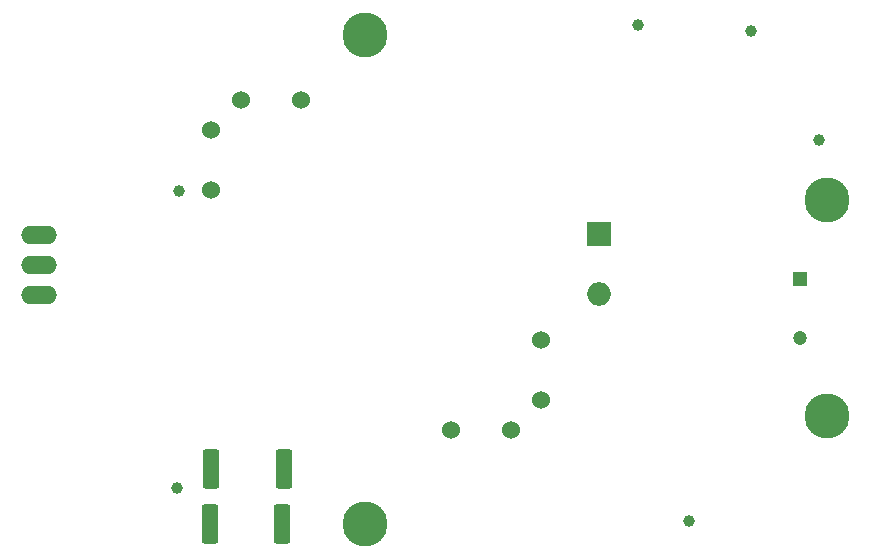
<source format=gts>
G04 #@! TF.GenerationSoftware,KiCad,Pcbnew,(6.0.11)*
G04 #@! TF.CreationDate,2023-06-14T07:53:09+03:00*
G04 #@! TF.ProjectId,flyback_48V_48W,666c7962-6163-46b5-9f34-38565f343857,rev?*
G04 #@! TF.SameCoordinates,Original*
G04 #@! TF.FileFunction,Soldermask,Top*
G04 #@! TF.FilePolarity,Negative*
%FSLAX46Y46*%
G04 Gerber Fmt 4.6, Leading zero omitted, Abs format (unit mm)*
G04 Created by KiCad (PCBNEW (6.0.11)) date 2023-06-14 07:53:09*
%MOMM*%
%LPD*%
G01*
G04 APERTURE LIST*
G04 Aperture macros list*
%AMRoundRect*
0 Rectangle with rounded corners*
0 $1 Rounding radius*
0 $2 $3 $4 $5 $6 $7 $8 $9 X,Y pos of 4 corners*
0 Add a 4 corners polygon primitive as box body*
4,1,4,$2,$3,$4,$5,$6,$7,$8,$9,$2,$3,0*
0 Add four circle primitives for the rounded corners*
1,1,$1+$1,$2,$3*
1,1,$1+$1,$4,$5*
1,1,$1+$1,$6,$7*
1,1,$1+$1,$8,$9*
0 Add four rect primitives between the rounded corners*
20,1,$1+$1,$2,$3,$4,$5,0*
20,1,$1+$1,$4,$5,$6,$7,0*
20,1,$1+$1,$6,$7,$8,$9,0*
20,1,$1+$1,$8,$9,$2,$3,0*%
G04 Aperture macros list end*
%ADD10C,3.800000*%
%ADD11O,3.048000X1.524000*%
%ADD12RoundRect,0.249999X-0.450001X-1.425001X0.450001X-1.425001X0.450001X1.425001X-0.450001X1.425001X0*%
%ADD13R,2.000000X2.000000*%
%ADD14O,2.000000X2.000000*%
%ADD15R,1.200000X1.200000*%
%ADD16C,1.200000*%
%ADD17C,1.524000*%
%ADD18C,1.000000*%
G04 APERTURE END LIST*
D10*
X133350000Y-81280000D03*
D11*
X105725000Y-59300000D03*
X105725000Y-56760000D03*
X105725000Y-61840000D03*
D10*
X172466000Y-53848000D03*
D12*
X120350000Y-76600000D03*
X126450000Y-76600000D03*
D13*
X153189500Y-56710000D03*
D14*
X153189500Y-61790000D03*
D15*
X170180000Y-60500000D03*
D16*
X170180000Y-65500000D03*
D17*
X127950000Y-45330000D03*
X122870000Y-45330000D03*
X120330000Y-47870000D03*
X120330000Y-52950000D03*
X140650000Y-73270000D03*
X145730000Y-73270000D03*
X148270000Y-70730000D03*
X148270000Y-65650000D03*
D10*
X172466000Y-72136000D03*
D18*
X117400000Y-78200000D03*
D12*
X120250000Y-81300000D03*
X126350000Y-81300000D03*
D18*
X160750000Y-81000000D03*
D10*
X133350000Y-39878000D03*
D18*
X171750000Y-48750000D03*
X166000000Y-39500000D03*
X156500000Y-39000000D03*
X117602000Y-53086000D03*
M02*

</source>
